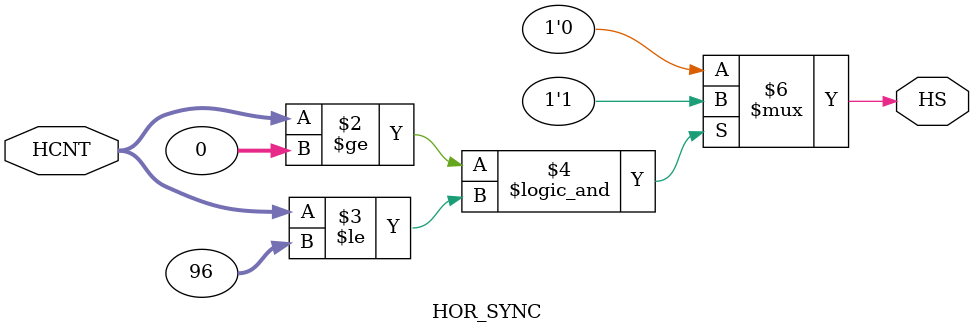
<source format=v>
`timescale 1ns / 1ps


module HOR_SYNC(output reg HS, input [9:0] HCNT);
    always @(*)
        begin
        if(HCNT >= 0 && HCNT <= 96)
            begin
            HS <= 1;
            end
         else
            begin
            HS <= 0;
            end
        end        
endmodule

</source>
